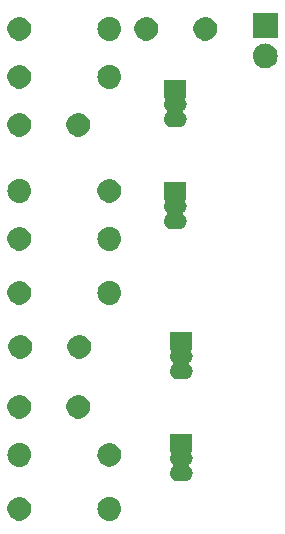
<source format=gbr>
G04 #@! TF.GenerationSoftware,KiCad,Pcbnew,(5.0.1)-3*
G04 #@! TF.CreationDate,2019-02-16T16:59:46-05:00*
G04 #@! TF.ProjectId,OdysseyDaughterCardFlipFlop,4F647973736579446175676874657243,1.1*
G04 #@! TF.SameCoordinates,Original*
G04 #@! TF.FileFunction,Soldermask,Top*
G04 #@! TF.FilePolarity,Negative*
%FSLAX46Y46*%
G04 Gerber Fmt 4.6, Leading zero omitted, Abs format (unit mm)*
G04 Created by KiCad (PCBNEW (5.0.1)-3) date 2/16/2019 4:59:46 PM*
%MOMM*%
%LPD*%
G01*
G04 APERTURE LIST*
%ADD10C,0.100000*%
G04 APERTURE END LIST*
D10*
G36*
X144976030Y-120426469D02*
X144976033Y-120426470D01*
X144976034Y-120426470D01*
X145164535Y-120483651D01*
X145164537Y-120483652D01*
X145338260Y-120576509D01*
X145490528Y-120701472D01*
X145615491Y-120853740D01*
X145708348Y-121027463D01*
X145765531Y-121215970D01*
X145784838Y-121412000D01*
X145765531Y-121608030D01*
X145708348Y-121796537D01*
X145615491Y-121970260D01*
X145490528Y-122122528D01*
X145338260Y-122247491D01*
X145338258Y-122247492D01*
X145164535Y-122340349D01*
X144976034Y-122397530D01*
X144976033Y-122397530D01*
X144976030Y-122397531D01*
X144829124Y-122412000D01*
X144730876Y-122412000D01*
X144583970Y-122397531D01*
X144583967Y-122397530D01*
X144583966Y-122397530D01*
X144395465Y-122340349D01*
X144221742Y-122247492D01*
X144221740Y-122247491D01*
X144069472Y-122122528D01*
X143944509Y-121970260D01*
X143851652Y-121796537D01*
X143794469Y-121608030D01*
X143775162Y-121412000D01*
X143794469Y-121215970D01*
X143851652Y-121027463D01*
X143944509Y-120853740D01*
X144069472Y-120701472D01*
X144221740Y-120576509D01*
X144395463Y-120483652D01*
X144395465Y-120483651D01*
X144583966Y-120426470D01*
X144583967Y-120426470D01*
X144583970Y-120426469D01*
X144730876Y-120412000D01*
X144829124Y-120412000D01*
X144976030Y-120426469D01*
X144976030Y-120426469D01*
G37*
G36*
X137335770Y-120427372D02*
X137451689Y-120450429D01*
X137633678Y-120525811D01*
X137797463Y-120635249D01*
X137936751Y-120774537D01*
X138046189Y-120938322D01*
X138121571Y-121120311D01*
X138160000Y-121313509D01*
X138160000Y-121510491D01*
X138121571Y-121703689D01*
X138046189Y-121885678D01*
X137936751Y-122049463D01*
X137797463Y-122188751D01*
X137633678Y-122298189D01*
X137451689Y-122373571D01*
X137335770Y-122396628D01*
X137258493Y-122412000D01*
X137061507Y-122412000D01*
X136984230Y-122396628D01*
X136868311Y-122373571D01*
X136686322Y-122298189D01*
X136522537Y-122188751D01*
X136383249Y-122049463D01*
X136273811Y-121885678D01*
X136198429Y-121703689D01*
X136160000Y-121510491D01*
X136160000Y-121313509D01*
X136198429Y-121120311D01*
X136273811Y-120938322D01*
X136383249Y-120774537D01*
X136522537Y-120635249D01*
X136686322Y-120525811D01*
X136868311Y-120450429D01*
X136984230Y-120427372D01*
X137061507Y-120412000D01*
X137258493Y-120412000D01*
X137335770Y-120427372D01*
X137335770Y-120427372D01*
G37*
G36*
X151826000Y-116550409D02*
X151815923Y-116551402D01*
X151792474Y-116558515D01*
X151770863Y-116570066D01*
X151751921Y-116585612D01*
X151736375Y-116604554D01*
X151724824Y-116626165D01*
X151717711Y-116649614D01*
X151715309Y-116674000D01*
X151717711Y-116698386D01*
X151724824Y-116721835D01*
X151730069Y-116732925D01*
X151774053Y-116815211D01*
X151774053Y-116815212D01*
X151815509Y-116951875D01*
X151829507Y-117094000D01*
X151815509Y-117236125D01*
X151791985Y-117313675D01*
X151774053Y-117372789D01*
X151706731Y-117498738D01*
X151616132Y-117609132D01*
X151587812Y-117632374D01*
X151570485Y-117649701D01*
X151556871Y-117670075D01*
X151547493Y-117692714D01*
X151542713Y-117716748D01*
X151542713Y-117741252D01*
X151547493Y-117765286D01*
X151556871Y-117787925D01*
X151570485Y-117808299D01*
X151587812Y-117825626D01*
X151616132Y-117848868D01*
X151706731Y-117959262D01*
X151774053Y-118085211D01*
X151774053Y-118085212D01*
X151815509Y-118221875D01*
X151829507Y-118364000D01*
X151815509Y-118506125D01*
X151787872Y-118597234D01*
X151774053Y-118642789D01*
X151706731Y-118768738D01*
X151616132Y-118879132D01*
X151505738Y-118969731D01*
X151379789Y-119037053D01*
X151334234Y-119050872D01*
X151243125Y-119078509D01*
X151172113Y-119085503D01*
X151136608Y-119089000D01*
X150615392Y-119089000D01*
X150579887Y-119085503D01*
X150508875Y-119078509D01*
X150417766Y-119050872D01*
X150372211Y-119037053D01*
X150246262Y-118969731D01*
X150135868Y-118879132D01*
X150045269Y-118768738D01*
X149977947Y-118642789D01*
X149964128Y-118597234D01*
X149936491Y-118506125D01*
X149922493Y-118364000D01*
X149936491Y-118221875D01*
X149977947Y-118085212D01*
X149977947Y-118085211D01*
X150045269Y-117959262D01*
X150135868Y-117848868D01*
X150164188Y-117825626D01*
X150181515Y-117808299D01*
X150195129Y-117787925D01*
X150204507Y-117765286D01*
X150209287Y-117741252D01*
X150209287Y-117716748D01*
X150204507Y-117692714D01*
X150195129Y-117670075D01*
X150181515Y-117649701D01*
X150164188Y-117632374D01*
X150135868Y-117609132D01*
X150045269Y-117498738D01*
X149977947Y-117372789D01*
X149960015Y-117313675D01*
X149936491Y-117236125D01*
X149922493Y-117094000D01*
X149936491Y-116951875D01*
X149977947Y-116815212D01*
X149977947Y-116815211D01*
X150021931Y-116732925D01*
X150031308Y-116710287D01*
X150036089Y-116686253D01*
X150036089Y-116661749D01*
X150031309Y-116637715D01*
X150021932Y-116615076D01*
X150008318Y-116594702D01*
X149990991Y-116577374D01*
X149970616Y-116563760D01*
X149947978Y-116554383D01*
X149926000Y-116550011D01*
X149926000Y-115099000D01*
X151826000Y-115099000D01*
X151826000Y-116550409D01*
X151826000Y-116550409D01*
G37*
G36*
X137356030Y-115854469D02*
X137356033Y-115854470D01*
X137356034Y-115854470D01*
X137544535Y-115911651D01*
X137544537Y-115911652D01*
X137718260Y-116004509D01*
X137870528Y-116129472D01*
X137995491Y-116281740D01*
X138047740Y-116379491D01*
X138088349Y-116455465D01*
X138136766Y-116615076D01*
X138145531Y-116643970D01*
X138164838Y-116840000D01*
X138145531Y-117036030D01*
X138088348Y-117224537D01*
X137995491Y-117398260D01*
X137870528Y-117550528D01*
X137718260Y-117675491D01*
X137546960Y-117767053D01*
X137544535Y-117768349D01*
X137356034Y-117825530D01*
X137356033Y-117825530D01*
X137356030Y-117825531D01*
X137209124Y-117840000D01*
X137110876Y-117840000D01*
X136963970Y-117825531D01*
X136963967Y-117825530D01*
X136963966Y-117825530D01*
X136775465Y-117768349D01*
X136773040Y-117767053D01*
X136601740Y-117675491D01*
X136449472Y-117550528D01*
X136324509Y-117398260D01*
X136231652Y-117224537D01*
X136174469Y-117036030D01*
X136155162Y-116840000D01*
X136174469Y-116643970D01*
X136183234Y-116615076D01*
X136231651Y-116455465D01*
X136272260Y-116379491D01*
X136324509Y-116281740D01*
X136449472Y-116129472D01*
X136601740Y-116004509D01*
X136775463Y-115911652D01*
X136775465Y-115911651D01*
X136963966Y-115854470D01*
X136963967Y-115854470D01*
X136963970Y-115854469D01*
X137110876Y-115840000D01*
X137209124Y-115840000D01*
X137356030Y-115854469D01*
X137356030Y-115854469D01*
G37*
G36*
X144955770Y-115855372D02*
X145071689Y-115878429D01*
X145253678Y-115953811D01*
X145417463Y-116063249D01*
X145556751Y-116202537D01*
X145666189Y-116366322D01*
X145741571Y-116548311D01*
X145761721Y-116649614D01*
X145780000Y-116741507D01*
X145780000Y-116938493D01*
X145764628Y-117015770D01*
X145741571Y-117131689D01*
X145666189Y-117313678D01*
X145556751Y-117477463D01*
X145417463Y-117616751D01*
X145253678Y-117726189D01*
X145071689Y-117801571D01*
X144984066Y-117819000D01*
X144878493Y-117840000D01*
X144681507Y-117840000D01*
X144575934Y-117819000D01*
X144488311Y-117801571D01*
X144306322Y-117726189D01*
X144142537Y-117616751D01*
X144003249Y-117477463D01*
X143893811Y-117313678D01*
X143818429Y-117131689D01*
X143795372Y-117015770D01*
X143780000Y-116938493D01*
X143780000Y-116741507D01*
X143798279Y-116649614D01*
X143818429Y-116548311D01*
X143893811Y-116366322D01*
X144003249Y-116202537D01*
X144142537Y-116063249D01*
X144306322Y-115953811D01*
X144488311Y-115878429D01*
X144604230Y-115855372D01*
X144681507Y-115840000D01*
X144878493Y-115840000D01*
X144955770Y-115855372D01*
X144955770Y-115855372D01*
G37*
G36*
X137335770Y-111791372D02*
X137451689Y-111814429D01*
X137633678Y-111889811D01*
X137797463Y-111999249D01*
X137936751Y-112138537D01*
X138046189Y-112302322D01*
X138121571Y-112484311D01*
X138160000Y-112677509D01*
X138160000Y-112874491D01*
X138121571Y-113067689D01*
X138046189Y-113249678D01*
X137936751Y-113413463D01*
X137797463Y-113552751D01*
X137633678Y-113662189D01*
X137451689Y-113737571D01*
X137335770Y-113760628D01*
X137258493Y-113776000D01*
X137061507Y-113776000D01*
X136984230Y-113760628D01*
X136868311Y-113737571D01*
X136686322Y-113662189D01*
X136522537Y-113552751D01*
X136383249Y-113413463D01*
X136273811Y-113249678D01*
X136198429Y-113067689D01*
X136160000Y-112874491D01*
X136160000Y-112677509D01*
X136198429Y-112484311D01*
X136273811Y-112302322D01*
X136383249Y-112138537D01*
X136522537Y-111999249D01*
X136686322Y-111889811D01*
X136868311Y-111814429D01*
X136984230Y-111791372D01*
X137061507Y-111776000D01*
X137258493Y-111776000D01*
X137335770Y-111791372D01*
X137335770Y-111791372D01*
G37*
G36*
X142335770Y-111791372D02*
X142451689Y-111814429D01*
X142633678Y-111889811D01*
X142797463Y-111999249D01*
X142936751Y-112138537D01*
X143046189Y-112302322D01*
X143121571Y-112484311D01*
X143160000Y-112677509D01*
X143160000Y-112874491D01*
X143121571Y-113067689D01*
X143046189Y-113249678D01*
X142936751Y-113413463D01*
X142797463Y-113552751D01*
X142633678Y-113662189D01*
X142451689Y-113737571D01*
X142335770Y-113760628D01*
X142258493Y-113776000D01*
X142061507Y-113776000D01*
X141984230Y-113760628D01*
X141868311Y-113737571D01*
X141686322Y-113662189D01*
X141522537Y-113552751D01*
X141383249Y-113413463D01*
X141273811Y-113249678D01*
X141198429Y-113067689D01*
X141160000Y-112874491D01*
X141160000Y-112677509D01*
X141198429Y-112484311D01*
X141273811Y-112302322D01*
X141383249Y-112138537D01*
X141522537Y-111999249D01*
X141686322Y-111889811D01*
X141868311Y-111814429D01*
X141984230Y-111791372D01*
X142061507Y-111776000D01*
X142258493Y-111776000D01*
X142335770Y-111791372D01*
X142335770Y-111791372D01*
G37*
G36*
X151826000Y-107914409D02*
X151815923Y-107915402D01*
X151792474Y-107922515D01*
X151770863Y-107934066D01*
X151751921Y-107949612D01*
X151736375Y-107968554D01*
X151724824Y-107990165D01*
X151717711Y-108013614D01*
X151715309Y-108038000D01*
X151717711Y-108062386D01*
X151724824Y-108085835D01*
X151730069Y-108096925D01*
X151774053Y-108179211D01*
X151774053Y-108179212D01*
X151815509Y-108315875D01*
X151829507Y-108458000D01*
X151815509Y-108600125D01*
X151798083Y-108657571D01*
X151774053Y-108736789D01*
X151706731Y-108862738D01*
X151616132Y-108973132D01*
X151587812Y-108996374D01*
X151570485Y-109013701D01*
X151556871Y-109034075D01*
X151547493Y-109056714D01*
X151542713Y-109080748D01*
X151542713Y-109105252D01*
X151547493Y-109129286D01*
X151556871Y-109151925D01*
X151570485Y-109172299D01*
X151587812Y-109189626D01*
X151616132Y-109212868D01*
X151706731Y-109323262D01*
X151774053Y-109449211D01*
X151774053Y-109449212D01*
X151815509Y-109585875D01*
X151829507Y-109728000D01*
X151815509Y-109870125D01*
X151787872Y-109961234D01*
X151774053Y-110006789D01*
X151706731Y-110132738D01*
X151616132Y-110243132D01*
X151505738Y-110333731D01*
X151379789Y-110401053D01*
X151334234Y-110414872D01*
X151243125Y-110442509D01*
X151172113Y-110449503D01*
X151136608Y-110453000D01*
X150615392Y-110453000D01*
X150579887Y-110449503D01*
X150508875Y-110442509D01*
X150417766Y-110414872D01*
X150372211Y-110401053D01*
X150246262Y-110333731D01*
X150135868Y-110243132D01*
X150045269Y-110132738D01*
X149977947Y-110006789D01*
X149964128Y-109961234D01*
X149936491Y-109870125D01*
X149922493Y-109728000D01*
X149936491Y-109585875D01*
X149977947Y-109449212D01*
X149977947Y-109449211D01*
X150045269Y-109323262D01*
X150135868Y-109212868D01*
X150164188Y-109189626D01*
X150181515Y-109172299D01*
X150195129Y-109151925D01*
X150204507Y-109129286D01*
X150209287Y-109105252D01*
X150209287Y-109080748D01*
X150204507Y-109056714D01*
X150195129Y-109034075D01*
X150181515Y-109013701D01*
X150164188Y-108996374D01*
X150135868Y-108973132D01*
X150045269Y-108862738D01*
X149977947Y-108736789D01*
X149953917Y-108657571D01*
X149936491Y-108600125D01*
X149922493Y-108458000D01*
X149936491Y-108315875D01*
X149977947Y-108179212D01*
X149977947Y-108179211D01*
X150021931Y-108096925D01*
X150031308Y-108074287D01*
X150036089Y-108050253D01*
X150036089Y-108025749D01*
X150031309Y-108001715D01*
X150021932Y-107979076D01*
X150008318Y-107958702D01*
X149990991Y-107941374D01*
X149970616Y-107927760D01*
X149947978Y-107918383D01*
X149926000Y-107914011D01*
X149926000Y-106463000D01*
X151826000Y-106463000D01*
X151826000Y-107914409D01*
X151826000Y-107914409D01*
G37*
G36*
X142415770Y-106711372D02*
X142531689Y-106734429D01*
X142713678Y-106809811D01*
X142877463Y-106919249D01*
X143016751Y-107058537D01*
X143126189Y-107222322D01*
X143201571Y-107404311D01*
X143240000Y-107597509D01*
X143240000Y-107794491D01*
X143201571Y-107987689D01*
X143126189Y-108169678D01*
X143016751Y-108333463D01*
X142877463Y-108472751D01*
X142713678Y-108582189D01*
X142531689Y-108657571D01*
X142415770Y-108680628D01*
X142338493Y-108696000D01*
X142141507Y-108696000D01*
X142064230Y-108680628D01*
X141948311Y-108657571D01*
X141766322Y-108582189D01*
X141602537Y-108472751D01*
X141463249Y-108333463D01*
X141353811Y-108169678D01*
X141278429Y-107987689D01*
X141240000Y-107794491D01*
X141240000Y-107597509D01*
X141278429Y-107404311D01*
X141353811Y-107222322D01*
X141463249Y-107058537D01*
X141602537Y-106919249D01*
X141766322Y-106809811D01*
X141948311Y-106734429D01*
X142064230Y-106711372D01*
X142141507Y-106696000D01*
X142338493Y-106696000D01*
X142415770Y-106711372D01*
X142415770Y-106711372D01*
G37*
G36*
X137415770Y-106711372D02*
X137531689Y-106734429D01*
X137713678Y-106809811D01*
X137877463Y-106919249D01*
X138016751Y-107058537D01*
X138126189Y-107222322D01*
X138201571Y-107404311D01*
X138240000Y-107597509D01*
X138240000Y-107794491D01*
X138201571Y-107987689D01*
X138126189Y-108169678D01*
X138016751Y-108333463D01*
X137877463Y-108472751D01*
X137713678Y-108582189D01*
X137531689Y-108657571D01*
X137415770Y-108680628D01*
X137338493Y-108696000D01*
X137141507Y-108696000D01*
X137064230Y-108680628D01*
X136948311Y-108657571D01*
X136766322Y-108582189D01*
X136602537Y-108472751D01*
X136463249Y-108333463D01*
X136353811Y-108169678D01*
X136278429Y-107987689D01*
X136240000Y-107794491D01*
X136240000Y-107597509D01*
X136278429Y-107404311D01*
X136353811Y-107222322D01*
X136463249Y-107058537D01*
X136602537Y-106919249D01*
X136766322Y-106809811D01*
X136948311Y-106734429D01*
X137064230Y-106711372D01*
X137141507Y-106696000D01*
X137338493Y-106696000D01*
X137415770Y-106711372D01*
X137415770Y-106711372D01*
G37*
G36*
X137335770Y-102139372D02*
X137451689Y-102162429D01*
X137633678Y-102237811D01*
X137797463Y-102347249D01*
X137936751Y-102486537D01*
X138046189Y-102650322D01*
X138121571Y-102832311D01*
X138160000Y-103025509D01*
X138160000Y-103222491D01*
X138121571Y-103415689D01*
X138046189Y-103597678D01*
X137936751Y-103761463D01*
X137797463Y-103900751D01*
X137633678Y-104010189D01*
X137451689Y-104085571D01*
X137335770Y-104108628D01*
X137258493Y-104124000D01*
X137061507Y-104124000D01*
X136984230Y-104108628D01*
X136868311Y-104085571D01*
X136686322Y-104010189D01*
X136522537Y-103900751D01*
X136383249Y-103761463D01*
X136273811Y-103597678D01*
X136198429Y-103415689D01*
X136160000Y-103222491D01*
X136160000Y-103025509D01*
X136198429Y-102832311D01*
X136273811Y-102650322D01*
X136383249Y-102486537D01*
X136522537Y-102347249D01*
X136686322Y-102237811D01*
X136868311Y-102162429D01*
X136984230Y-102139372D01*
X137061507Y-102124000D01*
X137258493Y-102124000D01*
X137335770Y-102139372D01*
X137335770Y-102139372D01*
G37*
G36*
X144976030Y-102138469D02*
X144976033Y-102138470D01*
X144976034Y-102138470D01*
X145164535Y-102195651D01*
X145164537Y-102195652D01*
X145338260Y-102288509D01*
X145490528Y-102413472D01*
X145615491Y-102565740D01*
X145708348Y-102739463D01*
X145765531Y-102927970D01*
X145784838Y-103124000D01*
X145765531Y-103320030D01*
X145708348Y-103508537D01*
X145615491Y-103682260D01*
X145490528Y-103834528D01*
X145338260Y-103959491D01*
X145338258Y-103959492D01*
X145164535Y-104052349D01*
X144976034Y-104109530D01*
X144976033Y-104109530D01*
X144976030Y-104109531D01*
X144829124Y-104124000D01*
X144730876Y-104124000D01*
X144583970Y-104109531D01*
X144583967Y-104109530D01*
X144583966Y-104109530D01*
X144395465Y-104052349D01*
X144221742Y-103959492D01*
X144221740Y-103959491D01*
X144069472Y-103834528D01*
X143944509Y-103682260D01*
X143851652Y-103508537D01*
X143794469Y-103320030D01*
X143775162Y-103124000D01*
X143794469Y-102927970D01*
X143851652Y-102739463D01*
X143944509Y-102565740D01*
X144069472Y-102413472D01*
X144221740Y-102288509D01*
X144395463Y-102195652D01*
X144395465Y-102195651D01*
X144583966Y-102138470D01*
X144583967Y-102138470D01*
X144583970Y-102138469D01*
X144730876Y-102124000D01*
X144829124Y-102124000D01*
X144976030Y-102138469D01*
X144976030Y-102138469D01*
G37*
G36*
X137335770Y-97567372D02*
X137451689Y-97590429D01*
X137633678Y-97665811D01*
X137797463Y-97775249D01*
X137936751Y-97914537D01*
X138046189Y-98078322D01*
X138121571Y-98260311D01*
X138160000Y-98453509D01*
X138160000Y-98650491D01*
X138121571Y-98843689D01*
X138046189Y-99025678D01*
X137936751Y-99189463D01*
X137797463Y-99328751D01*
X137633678Y-99438189D01*
X137451689Y-99513571D01*
X137335770Y-99536628D01*
X137258493Y-99552000D01*
X137061507Y-99552000D01*
X136984230Y-99536628D01*
X136868311Y-99513571D01*
X136686322Y-99438189D01*
X136522537Y-99328751D01*
X136383249Y-99189463D01*
X136273811Y-99025678D01*
X136198429Y-98843689D01*
X136160000Y-98650491D01*
X136160000Y-98453509D01*
X136198429Y-98260311D01*
X136273811Y-98078322D01*
X136383249Y-97914537D01*
X136522537Y-97775249D01*
X136686322Y-97665811D01*
X136868311Y-97590429D01*
X136984230Y-97567372D01*
X137061507Y-97552000D01*
X137258493Y-97552000D01*
X137335770Y-97567372D01*
X137335770Y-97567372D01*
G37*
G36*
X144976030Y-97566469D02*
X144976033Y-97566470D01*
X144976034Y-97566470D01*
X145164535Y-97623651D01*
X145164537Y-97623652D01*
X145338260Y-97716509D01*
X145490528Y-97841472D01*
X145615491Y-97993740D01*
X145708348Y-98167463D01*
X145765531Y-98355970D01*
X145784838Y-98552000D01*
X145765531Y-98748030D01*
X145708348Y-98936537D01*
X145615491Y-99110260D01*
X145490528Y-99262528D01*
X145338260Y-99387491D01*
X145338258Y-99387492D01*
X145164535Y-99480349D01*
X144976034Y-99537530D01*
X144976033Y-99537530D01*
X144976030Y-99537531D01*
X144829124Y-99552000D01*
X144730876Y-99552000D01*
X144583970Y-99537531D01*
X144583967Y-99537530D01*
X144583966Y-99537530D01*
X144395465Y-99480349D01*
X144221742Y-99387492D01*
X144221740Y-99387491D01*
X144069472Y-99262528D01*
X143944509Y-99110260D01*
X143851652Y-98936537D01*
X143794469Y-98748030D01*
X143775162Y-98552000D01*
X143794469Y-98355970D01*
X143851652Y-98167463D01*
X143944509Y-97993740D01*
X144069472Y-97841472D01*
X144221740Y-97716509D01*
X144395463Y-97623652D01*
X144395465Y-97623651D01*
X144583966Y-97566470D01*
X144583967Y-97566470D01*
X144583970Y-97566469D01*
X144730876Y-97552000D01*
X144829124Y-97552000D01*
X144976030Y-97566469D01*
X144976030Y-97566469D01*
G37*
G36*
X151318000Y-95214409D02*
X151307923Y-95215402D01*
X151284474Y-95222515D01*
X151262863Y-95234066D01*
X151243921Y-95249612D01*
X151228375Y-95268554D01*
X151216824Y-95290165D01*
X151209711Y-95313614D01*
X151207309Y-95338000D01*
X151209711Y-95362386D01*
X151216824Y-95385835D01*
X151222069Y-95396925D01*
X151266053Y-95479211D01*
X151266053Y-95479212D01*
X151307509Y-95615875D01*
X151321507Y-95758000D01*
X151307509Y-95900125D01*
X151279872Y-95991234D01*
X151266053Y-96036789D01*
X151198731Y-96162738D01*
X151108132Y-96273132D01*
X151079812Y-96296374D01*
X151062485Y-96313701D01*
X151048871Y-96334075D01*
X151039493Y-96356714D01*
X151034713Y-96380748D01*
X151034713Y-96405252D01*
X151039493Y-96429286D01*
X151048871Y-96451925D01*
X151062485Y-96472299D01*
X151079812Y-96489626D01*
X151108132Y-96512868D01*
X151198731Y-96623262D01*
X151266053Y-96749211D01*
X151266053Y-96749212D01*
X151307509Y-96885875D01*
X151321507Y-97028000D01*
X151307509Y-97170125D01*
X151279872Y-97261234D01*
X151266053Y-97306789D01*
X151198731Y-97432738D01*
X151108132Y-97543132D01*
X150997738Y-97633731D01*
X150871789Y-97701053D01*
X150826234Y-97714872D01*
X150735125Y-97742509D01*
X150664113Y-97749503D01*
X150628608Y-97753000D01*
X150107392Y-97753000D01*
X150071887Y-97749503D01*
X150000875Y-97742509D01*
X149909766Y-97714872D01*
X149864211Y-97701053D01*
X149738262Y-97633731D01*
X149627868Y-97543132D01*
X149537269Y-97432738D01*
X149469947Y-97306789D01*
X149456128Y-97261234D01*
X149428491Y-97170125D01*
X149414493Y-97028000D01*
X149428491Y-96885875D01*
X149469947Y-96749212D01*
X149469947Y-96749211D01*
X149537269Y-96623262D01*
X149627868Y-96512868D01*
X149656188Y-96489626D01*
X149673515Y-96472299D01*
X149687129Y-96451925D01*
X149696507Y-96429286D01*
X149701287Y-96405252D01*
X149701287Y-96380748D01*
X149696507Y-96356714D01*
X149687129Y-96334075D01*
X149673515Y-96313701D01*
X149656188Y-96296374D01*
X149627868Y-96273132D01*
X149537269Y-96162738D01*
X149469947Y-96036789D01*
X149456128Y-95991234D01*
X149428491Y-95900125D01*
X149414493Y-95758000D01*
X149428491Y-95615875D01*
X149469947Y-95479212D01*
X149469947Y-95479211D01*
X149513931Y-95396925D01*
X149523308Y-95374287D01*
X149528089Y-95350253D01*
X149528089Y-95325749D01*
X149523309Y-95301715D01*
X149513932Y-95279076D01*
X149500318Y-95258702D01*
X149482991Y-95241374D01*
X149462616Y-95227760D01*
X149439978Y-95218383D01*
X149418000Y-95214011D01*
X149418000Y-93763000D01*
X151318000Y-93763000D01*
X151318000Y-95214409D01*
X151318000Y-95214409D01*
G37*
G36*
X137356030Y-93502469D02*
X137356033Y-93502470D01*
X137356034Y-93502470D01*
X137544535Y-93559651D01*
X137544537Y-93559652D01*
X137718260Y-93652509D01*
X137870528Y-93777472D01*
X137995491Y-93929740D01*
X138088348Y-94103463D01*
X138145531Y-94291970D01*
X138164838Y-94488000D01*
X138145531Y-94684030D01*
X138088348Y-94872537D01*
X137995491Y-95046260D01*
X137870528Y-95198528D01*
X137718260Y-95323491D01*
X137645493Y-95362386D01*
X137544535Y-95416349D01*
X137356034Y-95473530D01*
X137356033Y-95473530D01*
X137356030Y-95473531D01*
X137209124Y-95488000D01*
X137110876Y-95488000D01*
X136963970Y-95473531D01*
X136963967Y-95473530D01*
X136963966Y-95473530D01*
X136775465Y-95416349D01*
X136674507Y-95362386D01*
X136601740Y-95323491D01*
X136449472Y-95198528D01*
X136324509Y-95046260D01*
X136231652Y-94872537D01*
X136174469Y-94684030D01*
X136155162Y-94488000D01*
X136174469Y-94291970D01*
X136231652Y-94103463D01*
X136324509Y-93929740D01*
X136449472Y-93777472D01*
X136601740Y-93652509D01*
X136775463Y-93559652D01*
X136775465Y-93559651D01*
X136963966Y-93502470D01*
X136963967Y-93502470D01*
X136963970Y-93502469D01*
X137110876Y-93488000D01*
X137209124Y-93488000D01*
X137356030Y-93502469D01*
X137356030Y-93502469D01*
G37*
G36*
X144955770Y-93503372D02*
X145071689Y-93526429D01*
X145253678Y-93601811D01*
X145417463Y-93711249D01*
X145556751Y-93850537D01*
X145666189Y-94014322D01*
X145741571Y-94196311D01*
X145780000Y-94389509D01*
X145780000Y-94586491D01*
X145741571Y-94779689D01*
X145666189Y-94961678D01*
X145556751Y-95125463D01*
X145417463Y-95264751D01*
X145253678Y-95374189D01*
X145071689Y-95449571D01*
X144955770Y-95472628D01*
X144878493Y-95488000D01*
X144681507Y-95488000D01*
X144604230Y-95472628D01*
X144488311Y-95449571D01*
X144306322Y-95374189D01*
X144142537Y-95264751D01*
X144003249Y-95125463D01*
X143893811Y-94961678D01*
X143818429Y-94779689D01*
X143780000Y-94586491D01*
X143780000Y-94389509D01*
X143818429Y-94196311D01*
X143893811Y-94014322D01*
X144003249Y-93850537D01*
X144142537Y-93711249D01*
X144306322Y-93601811D01*
X144488311Y-93526429D01*
X144604230Y-93503372D01*
X144681507Y-93488000D01*
X144878493Y-93488000D01*
X144955770Y-93503372D01*
X144955770Y-93503372D01*
G37*
G36*
X142335770Y-87915372D02*
X142451689Y-87938429D01*
X142633678Y-88013811D01*
X142797463Y-88123249D01*
X142936751Y-88262537D01*
X143046189Y-88426322D01*
X143121571Y-88608311D01*
X143160000Y-88801509D01*
X143160000Y-88998491D01*
X143121571Y-89191689D01*
X143046189Y-89373678D01*
X142936751Y-89537463D01*
X142797463Y-89676751D01*
X142633678Y-89786189D01*
X142451689Y-89861571D01*
X142335770Y-89884628D01*
X142258493Y-89900000D01*
X142061507Y-89900000D01*
X141984230Y-89884628D01*
X141868311Y-89861571D01*
X141686322Y-89786189D01*
X141522537Y-89676751D01*
X141383249Y-89537463D01*
X141273811Y-89373678D01*
X141198429Y-89191689D01*
X141160000Y-88998491D01*
X141160000Y-88801509D01*
X141198429Y-88608311D01*
X141273811Y-88426322D01*
X141383249Y-88262537D01*
X141522537Y-88123249D01*
X141686322Y-88013811D01*
X141868311Y-87938429D01*
X141984230Y-87915372D01*
X142061507Y-87900000D01*
X142258493Y-87900000D01*
X142335770Y-87915372D01*
X142335770Y-87915372D01*
G37*
G36*
X137335770Y-87915372D02*
X137451689Y-87938429D01*
X137633678Y-88013811D01*
X137797463Y-88123249D01*
X137936751Y-88262537D01*
X138046189Y-88426322D01*
X138121571Y-88608311D01*
X138160000Y-88801509D01*
X138160000Y-88998491D01*
X138121571Y-89191689D01*
X138046189Y-89373678D01*
X137936751Y-89537463D01*
X137797463Y-89676751D01*
X137633678Y-89786189D01*
X137451689Y-89861571D01*
X137335770Y-89884628D01*
X137258493Y-89900000D01*
X137061507Y-89900000D01*
X136984230Y-89884628D01*
X136868311Y-89861571D01*
X136686322Y-89786189D01*
X136522537Y-89676751D01*
X136383249Y-89537463D01*
X136273811Y-89373678D01*
X136198429Y-89191689D01*
X136160000Y-88998491D01*
X136160000Y-88801509D01*
X136198429Y-88608311D01*
X136273811Y-88426322D01*
X136383249Y-88262537D01*
X136522537Y-88123249D01*
X136686322Y-88013811D01*
X136868311Y-87938429D01*
X136984230Y-87915372D01*
X137061507Y-87900000D01*
X137258493Y-87900000D01*
X137335770Y-87915372D01*
X137335770Y-87915372D01*
G37*
G36*
X151318000Y-86578409D02*
X151307923Y-86579402D01*
X151284474Y-86586515D01*
X151262863Y-86598066D01*
X151243921Y-86613612D01*
X151228375Y-86632554D01*
X151216824Y-86654165D01*
X151209711Y-86677614D01*
X151207309Y-86702000D01*
X151209711Y-86726386D01*
X151216824Y-86749835D01*
X151222069Y-86760925D01*
X151266053Y-86843211D01*
X151266053Y-86843212D01*
X151307509Y-86979875D01*
X151321507Y-87122000D01*
X151307509Y-87264125D01*
X151279872Y-87355234D01*
X151266053Y-87400789D01*
X151198731Y-87526738D01*
X151108132Y-87637132D01*
X151079812Y-87660374D01*
X151062485Y-87677701D01*
X151048871Y-87698075D01*
X151039493Y-87720714D01*
X151034713Y-87744748D01*
X151034713Y-87769252D01*
X151039493Y-87793286D01*
X151048871Y-87815925D01*
X151062485Y-87836299D01*
X151079812Y-87853626D01*
X151108132Y-87876868D01*
X151198731Y-87987262D01*
X151266053Y-88113211D01*
X151266053Y-88113212D01*
X151307509Y-88249875D01*
X151321507Y-88392000D01*
X151307509Y-88534125D01*
X151285005Y-88608311D01*
X151266053Y-88670789D01*
X151198731Y-88796738D01*
X151108132Y-88907132D01*
X150997738Y-88997731D01*
X150871789Y-89065053D01*
X150826234Y-89078872D01*
X150735125Y-89106509D01*
X150664113Y-89113503D01*
X150628608Y-89117000D01*
X150107392Y-89117000D01*
X150071887Y-89113503D01*
X150000875Y-89106509D01*
X149909766Y-89078872D01*
X149864211Y-89065053D01*
X149738262Y-88997731D01*
X149627868Y-88907132D01*
X149537269Y-88796738D01*
X149469947Y-88670789D01*
X149450995Y-88608311D01*
X149428491Y-88534125D01*
X149414493Y-88392000D01*
X149428491Y-88249875D01*
X149469947Y-88113212D01*
X149469947Y-88113211D01*
X149537269Y-87987262D01*
X149627868Y-87876868D01*
X149656188Y-87853626D01*
X149673515Y-87836299D01*
X149687129Y-87815925D01*
X149696507Y-87793286D01*
X149701287Y-87769252D01*
X149701287Y-87744748D01*
X149696507Y-87720714D01*
X149687129Y-87698075D01*
X149673515Y-87677701D01*
X149656188Y-87660374D01*
X149627868Y-87637132D01*
X149537269Y-87526738D01*
X149469947Y-87400789D01*
X149456128Y-87355234D01*
X149428491Y-87264125D01*
X149414493Y-87122000D01*
X149428491Y-86979875D01*
X149469947Y-86843212D01*
X149469947Y-86843211D01*
X149513931Y-86760925D01*
X149523308Y-86738287D01*
X149528089Y-86714253D01*
X149528089Y-86689749D01*
X149523309Y-86665715D01*
X149513932Y-86643076D01*
X149500318Y-86622702D01*
X149482991Y-86605374D01*
X149462616Y-86591760D01*
X149439978Y-86582383D01*
X149418000Y-86578011D01*
X149418000Y-85127000D01*
X151318000Y-85127000D01*
X151318000Y-86578409D01*
X151318000Y-86578409D01*
G37*
G36*
X137335770Y-83851372D02*
X137451689Y-83874429D01*
X137633678Y-83949811D01*
X137797463Y-84059249D01*
X137936751Y-84198537D01*
X138046189Y-84362322D01*
X138121571Y-84544311D01*
X138160000Y-84737509D01*
X138160000Y-84934491D01*
X138121571Y-85127689D01*
X138046189Y-85309678D01*
X137936751Y-85473463D01*
X137797463Y-85612751D01*
X137633678Y-85722189D01*
X137451689Y-85797571D01*
X137335770Y-85820628D01*
X137258493Y-85836000D01*
X137061507Y-85836000D01*
X136984230Y-85820628D01*
X136868311Y-85797571D01*
X136686322Y-85722189D01*
X136522537Y-85612751D01*
X136383249Y-85473463D01*
X136273811Y-85309678D01*
X136198429Y-85127689D01*
X136160000Y-84934491D01*
X136160000Y-84737509D01*
X136198429Y-84544311D01*
X136273811Y-84362322D01*
X136383249Y-84198537D01*
X136522537Y-84059249D01*
X136686322Y-83949811D01*
X136868311Y-83874429D01*
X136984230Y-83851372D01*
X137061507Y-83836000D01*
X137258493Y-83836000D01*
X137335770Y-83851372D01*
X137335770Y-83851372D01*
G37*
G36*
X144976030Y-83850469D02*
X144976033Y-83850470D01*
X144976034Y-83850470D01*
X145164535Y-83907651D01*
X145164537Y-83907652D01*
X145338260Y-84000509D01*
X145490528Y-84125472D01*
X145615491Y-84277740D01*
X145708348Y-84451463D01*
X145765531Y-84639970D01*
X145784838Y-84836000D01*
X145765531Y-85032030D01*
X145708348Y-85220537D01*
X145615491Y-85394260D01*
X145490528Y-85546528D01*
X145338260Y-85671491D01*
X145338258Y-85671492D01*
X145164535Y-85764349D01*
X144976034Y-85821530D01*
X144976033Y-85821530D01*
X144976030Y-85821531D01*
X144829124Y-85836000D01*
X144730876Y-85836000D01*
X144583970Y-85821531D01*
X144583967Y-85821530D01*
X144583966Y-85821530D01*
X144395465Y-85764349D01*
X144221742Y-85671492D01*
X144221740Y-85671491D01*
X144069472Y-85546528D01*
X143944509Y-85394260D01*
X143851652Y-85220537D01*
X143794469Y-85032030D01*
X143775162Y-84836000D01*
X143794469Y-84639970D01*
X143851652Y-84451463D01*
X143944509Y-84277740D01*
X144069472Y-84125472D01*
X144221740Y-84000509D01*
X144395463Y-83907652D01*
X144395465Y-83907651D01*
X144583966Y-83850470D01*
X144583967Y-83850470D01*
X144583970Y-83850469D01*
X144730876Y-83836000D01*
X144829124Y-83836000D01*
X144976030Y-83850469D01*
X144976030Y-83850469D01*
G37*
G36*
X158116707Y-82015596D02*
X158193836Y-82023193D01*
X158325787Y-82063220D01*
X158391763Y-82083233D01*
X158574172Y-82180733D01*
X158734054Y-82311946D01*
X158865267Y-82471828D01*
X158962767Y-82654237D01*
X158962767Y-82654238D01*
X159022807Y-82852164D01*
X159043080Y-83058000D01*
X159022807Y-83263836D01*
X158982780Y-83395787D01*
X158962767Y-83461763D01*
X158865267Y-83644172D01*
X158734054Y-83804054D01*
X158574172Y-83935267D01*
X158391763Y-84032767D01*
X158325787Y-84052780D01*
X158193836Y-84092807D01*
X158116707Y-84100403D01*
X158039580Y-84108000D01*
X157936420Y-84108000D01*
X157859293Y-84100403D01*
X157782164Y-84092807D01*
X157650213Y-84052780D01*
X157584237Y-84032767D01*
X157401828Y-83935267D01*
X157241946Y-83804054D01*
X157110733Y-83644172D01*
X157013233Y-83461763D01*
X156993220Y-83395787D01*
X156953193Y-83263836D01*
X156932920Y-83058000D01*
X156953193Y-82852164D01*
X157013233Y-82654238D01*
X157013233Y-82654237D01*
X157110733Y-82471828D01*
X157241946Y-82311946D01*
X157401828Y-82180733D01*
X157584237Y-82083233D01*
X157650213Y-82063220D01*
X157782164Y-82023193D01*
X157859293Y-82015596D01*
X157936420Y-82008000D01*
X158039580Y-82008000D01*
X158116707Y-82015596D01*
X158116707Y-82015596D01*
G37*
G36*
X137335770Y-79787372D02*
X137451689Y-79810429D01*
X137633678Y-79885811D01*
X137797463Y-79995249D01*
X137936751Y-80134537D01*
X138046189Y-80298322D01*
X138121571Y-80480311D01*
X138160000Y-80673509D01*
X138160000Y-80870491D01*
X138121571Y-81063689D01*
X138046189Y-81245678D01*
X137936751Y-81409463D01*
X137797463Y-81548751D01*
X137633678Y-81658189D01*
X137451689Y-81733571D01*
X137335770Y-81756628D01*
X137258493Y-81772000D01*
X137061507Y-81772000D01*
X136984230Y-81756628D01*
X136868311Y-81733571D01*
X136686322Y-81658189D01*
X136522537Y-81548751D01*
X136383249Y-81409463D01*
X136273811Y-81245678D01*
X136198429Y-81063689D01*
X136160000Y-80870491D01*
X136160000Y-80673509D01*
X136198429Y-80480311D01*
X136273811Y-80298322D01*
X136383249Y-80134537D01*
X136522537Y-79995249D01*
X136686322Y-79885811D01*
X136868311Y-79810429D01*
X136984230Y-79787372D01*
X137061507Y-79772000D01*
X137258493Y-79772000D01*
X137335770Y-79787372D01*
X137335770Y-79787372D01*
G37*
G36*
X144976030Y-79786469D02*
X144976033Y-79786470D01*
X144976034Y-79786470D01*
X145164535Y-79843651D01*
X145164537Y-79843652D01*
X145338260Y-79936509D01*
X145490528Y-80061472D01*
X145615491Y-80213740D01*
X145708348Y-80387463D01*
X145765531Y-80575970D01*
X145784838Y-80772000D01*
X145765531Y-80968030D01*
X145708348Y-81156537D01*
X145615491Y-81330260D01*
X145490528Y-81482528D01*
X145338260Y-81607491D01*
X145338258Y-81607492D01*
X145164535Y-81700349D01*
X144976034Y-81757530D01*
X144976033Y-81757530D01*
X144976030Y-81757531D01*
X144829124Y-81772000D01*
X144730876Y-81772000D01*
X144583970Y-81757531D01*
X144583967Y-81757530D01*
X144583966Y-81757530D01*
X144395465Y-81700349D01*
X144221742Y-81607492D01*
X144221740Y-81607491D01*
X144069472Y-81482528D01*
X143944509Y-81330260D01*
X143851652Y-81156537D01*
X143794469Y-80968030D01*
X143775162Y-80772000D01*
X143794469Y-80575970D01*
X143851652Y-80387463D01*
X143944509Y-80213740D01*
X144069472Y-80061472D01*
X144221740Y-79936509D01*
X144395463Y-79843652D01*
X144395465Y-79843651D01*
X144583966Y-79786470D01*
X144583967Y-79786470D01*
X144583970Y-79786469D01*
X144730876Y-79772000D01*
X144829124Y-79772000D01*
X144976030Y-79786469D01*
X144976030Y-79786469D01*
G37*
G36*
X153083770Y-79787372D02*
X153199689Y-79810429D01*
X153381678Y-79885811D01*
X153545463Y-79995249D01*
X153684751Y-80134537D01*
X153794189Y-80298322D01*
X153869571Y-80480311D01*
X153908000Y-80673509D01*
X153908000Y-80870491D01*
X153869571Y-81063689D01*
X153794189Y-81245678D01*
X153684751Y-81409463D01*
X153545463Y-81548751D01*
X153381678Y-81658189D01*
X153199689Y-81733571D01*
X153083770Y-81756628D01*
X153006493Y-81772000D01*
X152809507Y-81772000D01*
X152732230Y-81756628D01*
X152616311Y-81733571D01*
X152434322Y-81658189D01*
X152270537Y-81548751D01*
X152131249Y-81409463D01*
X152021811Y-81245678D01*
X151946429Y-81063689D01*
X151908000Y-80870491D01*
X151908000Y-80673509D01*
X151946429Y-80480311D01*
X152021811Y-80298322D01*
X152131249Y-80134537D01*
X152270537Y-79995249D01*
X152434322Y-79885811D01*
X152616311Y-79810429D01*
X152732230Y-79787372D01*
X152809507Y-79772000D01*
X153006493Y-79772000D01*
X153083770Y-79787372D01*
X153083770Y-79787372D01*
G37*
G36*
X148083770Y-79787372D02*
X148199689Y-79810429D01*
X148381678Y-79885811D01*
X148545463Y-79995249D01*
X148684751Y-80134537D01*
X148794189Y-80298322D01*
X148869571Y-80480311D01*
X148908000Y-80673509D01*
X148908000Y-80870491D01*
X148869571Y-81063689D01*
X148794189Y-81245678D01*
X148684751Y-81409463D01*
X148545463Y-81548751D01*
X148381678Y-81658189D01*
X148199689Y-81733571D01*
X148083770Y-81756628D01*
X148006493Y-81772000D01*
X147809507Y-81772000D01*
X147732230Y-81756628D01*
X147616311Y-81733571D01*
X147434322Y-81658189D01*
X147270537Y-81548751D01*
X147131249Y-81409463D01*
X147021811Y-81245678D01*
X146946429Y-81063689D01*
X146908000Y-80870491D01*
X146908000Y-80673509D01*
X146946429Y-80480311D01*
X147021811Y-80298322D01*
X147131249Y-80134537D01*
X147270537Y-79995249D01*
X147434322Y-79885811D01*
X147616311Y-79810429D01*
X147732230Y-79787372D01*
X147809507Y-79772000D01*
X148006493Y-79772000D01*
X148083770Y-79787372D01*
X148083770Y-79787372D01*
G37*
G36*
X159038000Y-81568000D02*
X156938000Y-81568000D01*
X156938000Y-79468000D01*
X159038000Y-79468000D01*
X159038000Y-81568000D01*
X159038000Y-81568000D01*
G37*
M02*

</source>
